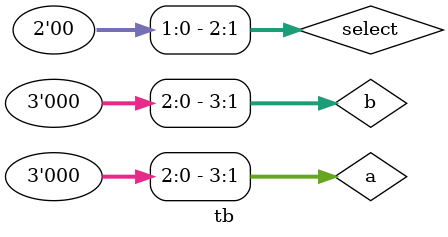
<source format=v>
module alu(input [3:0]a, input [3:0] b, input [2:0] select, output reg [4:0] out);

    always@(*)begin
        case(select)
            3'b000: out = (a)& 5'b11111;
            3'b001: out = (a+b)& 5'b11111;
            3'b010: out = (a-b)& 5'b11111;
            3'b011: out = (a/b)& 5'b11111;
            3'b100: out = (a%b)& 5'b11111;
            3'b101: out = (a<<1)& 5'b11111;
            3'b110: out = (a>>1)& 5'b11111;
            3'b111: out = (a>b)& 5'b11111;
        endcase
    end
endmodule

module tb;
    reg [3:0]a; reg [3:0] b; reg [2:0] select;
    wire [4:0] out;
    alu dut(.a(a),.b(b),.select(select),.out(out));
    
    initial begin
        $monitor($time,"a = %b b = %b select = %b out = %b",a,b,select,out);
        repeat(100) begin
            a = $random;
            b = $random;
            select= $random;
        end
    end

endmodule
</source>
